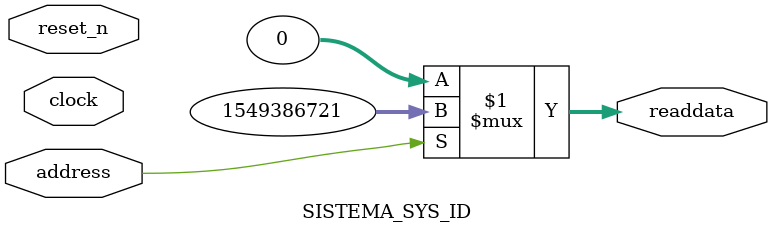
<source format=v>



// synthesis translate_off
`timescale 1ns / 1ps
// synthesis translate_on

// turn off superfluous verilog processor warnings 
// altera message_level Level1 
// altera message_off 10034 10035 10036 10037 10230 10240 10030 

module SISTEMA_SYS_ID (
               // inputs:
                address,
                clock,
                reset_n,

               // outputs:
                readdata
             )
;

  output  [ 31: 0] readdata;
  input            address;
  input            clock;
  input            reset_n;

  wire    [ 31: 0] readdata;
  //control_slave, which is an e_avalon_slave
  assign readdata = address ? 1549386721 : 0;

endmodule



</source>
